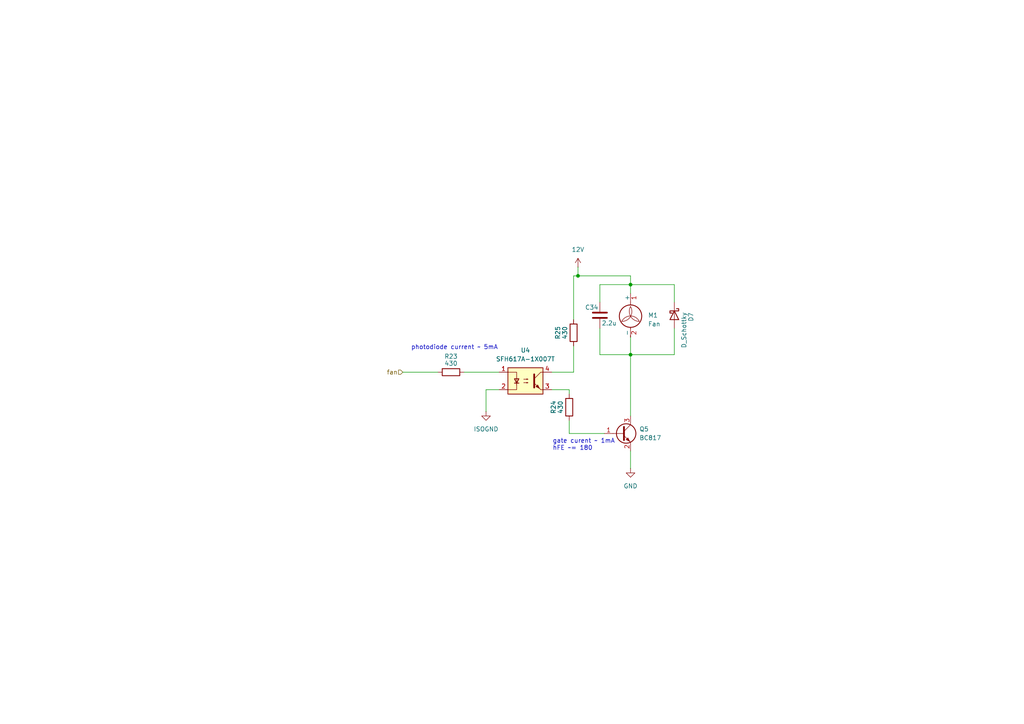
<source format=kicad_sch>
(kicad_sch (version 20250114) (generator "eeschema") (generator_version "9.0")
  (paper "A4")
  (title_block (title "Cooling Fan Control") (date "2025-08-07") (rev "1.1"))
  (lib_symbols
    (symbol "Device:C" (pin_numbers (hide yes)) (pin_names (offset 0.254))
      (property "Reference" "C" (at 0.635 2.54 0))
      (property "Value" "C" (at 0.635 -2.54 0))
      (symbol "C_0_1"
        (polyline (pts (xy -2.032 0.762) (xy 2.032 0.762)) (stroke (width 0.508)))
        (polyline (pts (xy -2.032 -0.762) (xy 2.032 -0.762)) (stroke (width 0.508)))
      )
      (symbol "C_1_1"
        (pin passive line (at 0 3.81 270) (length 2.794) (name "~") (number "1"))
        (pin passive line (at 0 -3.81 90) (length 2.794) (name "~") (number "2"))
      )
    )
    (symbol "Device:D_Schottky" (pin_numbers (hide yes)) (pin_names (offset 1.016) (hide yes))
      (property "Reference" "D" (at 0 2.54 0))
      (property "Value" "D_Schottky" (at 0 -2.54 0))
      (symbol "D_Schottky_0_1"
        (polyline (pts (xy -1.905 0.635) (xy -1.905 1.27) (xy -1.27 1.27) (xy -1.27 -1.27) (xy -0.635 -1.27) (xy -0.635 -0.635)) (stroke (width 0.254)))
        (polyline (pts (xy 1.27 1.27) (xy 1.27 -1.27) (xy -1.27 0) (xy 1.27 1.27)) (stroke (width 0.254)))
        (polyline (pts (xy 1.27 0) (xy -1.27 0)))
      )
      (symbol "D_Schottky_1_1"
        (pin passive line (at -3.81 0 0) (length 2.54) (name "K") (number "1"))
        (pin passive line (at 3.81 0 180) (length 2.54) (name "A") (number "2"))
      )
    )
    (symbol "Device:R" (pin_numbers (hide yes)) (pin_names (offset 0))
      (property "Reference" "R" (at 2.032 0 90))
      (property "Value" "R" (at 0 0 90))
      (symbol "R_0_1"
        (rectangle (start -1.016 -2.54) (end 1.016 2.54) (stroke (width 0.254)))
      )
      (symbol "R_1_1"
        (pin passive line (at 0 3.81 270) (length 1.27) (name "~") (number "1"))
        (pin passive line (at 0 -3.81 90) (length 1.27) (name "~") (number "2"))
      )
    )
    (symbol "Isolator:SFH617A-1X007T"
      (property "Reference" "U" (at -5.08 6.35 0))
      (property "Value" "SFH617A-1X007T" (at -5.08 -6.35 0))
      (symbol "SFH617A-1X007T_0_1"
        (rectangle (start -5.08 3.81) (end 5.08 -3.81) (stroke (width 0.254)) (fill (type background)))
        (polyline (pts (xy -5.08 2.54) (xy -2.54 2.54) (xy -2.54 -1.27) (xy -2.54 0.635)))
        (polyline (pts (xy -3.175 -0.635) (xy -1.905 -0.635)) (stroke (width 0.254)))
        (polyline (pts (xy -2.54 -0.635) (xy -2.54 -2.54) (xy -5.08 -2.54)))
        (polyline (pts (xy -2.54 -0.635) (xy -3.175 0.635) (xy -1.905 0.635) (xy -2.54 -0.635)) (stroke (width 0.254)))
        (polyline (pts (xy -0.508 0.508) (xy 0.762 0.508) (xy 0.381 0.381) (xy 0.381 0.635) (xy 0.762 0.508)))
        (polyline (pts (xy -0.508 -0.508) (xy 0.762 -0.508) (xy 0.381 -0.635) (xy 0.381 -0.381) (xy 0.762 -0.508)))
        (polyline (pts (xy 2.54 1.905) (xy 2.54 -1.905)) (stroke (width 0.508)))
        (polyline (pts (xy 2.54 0.635) (xy 4.445 2.54)))
        (polyline (pts (xy 3.048 -1.651) (xy 3.556 -1.143) (xy 4.064 -2.159) (xy 3.048 -1.651)) (fill (type outline)))
        (polyline (pts (xy 4.445 2.54) (xy 5.08 2.54)))
        (polyline (pts (xy 4.445 -2.54) (xy 2.54 -0.635)) (fill (type outline)))
        (polyline (pts (xy 4.445 -2.54) (xy 5.08 -2.54)))
      )
      (symbol "SFH617A-1X007T_1_1"
        (pin passive line (at -7.62 2.54 0) (length 2.54) (name "~") (number "1"))
        (pin passive line (at -7.62 -2.54 0) (length 2.54) (name "~") (number "2"))
        (pin passive line (at 7.62 2.54 180) (length 2.54) (name "~") (number "4"))
        (pin passive line (at 7.62 -2.54 180) (length 2.54) (name "~") (number "3"))
      )
    )
    (symbol "Motor:Fan" (pin_names (offset 0))
      (property "Reference" "M" (at 2.54 5.08 0))
      (property "Value" "Fan" (at 2.54 -2.54 0))
      (symbol "Fan_0_1"
        (arc (start 0 3.81) (mid -0.0015 0.9048) (end -2.54 -0.508))
        (polyline (pts (xy 0 4.572) (xy 0 5.08)))
        (polyline (pts (xy 0 4.2672) (xy 0 4.6228)))
        (circle (center 0 1.016) (radius 3.2512) (stroke (width 0.254)))
        (arc (start -2.54 -0.508) (mid 0 1.0618) (end 2.54 -0.508))
        (polyline (pts (xy 0 -2.2352) (xy 0 -2.6416)))
        (polyline (pts (xy 0 -5.08) (xy 0 -4.572)))
        (arc (start 2.54 -0.508) (mid 0.047 0.9315) (end 0 3.81))
      )
      (symbol "Fan_1_1"
        (pin passive line (at 0 7.62 270) (length 2.54) (name "+") (number "1"))
        (pin passive line (at 0 -5.08 90) (length 2.54) (name "-") (number "2"))
      )
    )
    (symbol "Transistor_BJT:BC817" (pin_names (offset 0) (hide yes))
      (property "Reference" "Q" (at 5.08 1.905 0))
      (property "Value" "BC817" (at 5.08 0 0))
      (symbol "BC817_0_1"
        (polyline (pts (xy -2.54 0) (xy 0.635 0)))
        (polyline (pts (xy 0.635 1.905) (xy 0.635 -1.905)) (stroke (width 0.508)))
        (circle (center 1.27 0) (radius 2.8194) (stroke (width 0.254)))
      )
      (symbol "BC817_1_1"
        (polyline (pts (xy 0.635 0.635) (xy 2.54 2.54)))
        (polyline (pts (xy 0.635 -0.635) (xy 2.54 -2.54)))
        (polyline (pts (xy 1.27 -1.778) (xy 1.778 -1.27) (xy 2.286 -2.286) (xy 1.27 -1.778)) (fill (type outline)))
        (pin input line (at -5.08 0 0) (length 2.54) (name "B") (number "1"))
        (pin passive line (at 2.54 5.08 270) (length 2.54) (name "C") (number "3"))
        (pin passive line (at 2.54 -5.08 90) (length 2.54) (name "E") (number "2"))
      )
    )
    (symbol "power:GND" (power) (pin_numbers (hide yes)) (pin_names (offset 0) (hide yes))
      (property "Value" "GND" (at 0 -3.81 0))
      (symbol "GND_0_1"
        (polyline (pts (xy 0 0) (xy 0 -1.27) (xy 1.27 -1.27) (xy 0 -2.54) (xy -1.27 -1.27) (xy 0 -1.27)))
      )
      (symbol "GND_1_1"
        (pin power_in line (at 0 0 270) (length 0) (name "~") (number "1"))
      )
    )
    (symbol "power:VDD" (power) (pin_numbers (hide yes)) (pin_names (offset 0) (hide yes))
      (property "Value" "VDD" (at 0 3.556 0))
      (symbol "VDD_0_1"
        (polyline (pts (xy -0.762 1.27) (xy 0 2.54)))
        (polyline (pts (xy 0 2.54) (xy 0.762 1.27)))
        (polyline (pts (xy 0 0) (xy 0 2.54)))
      )
      (symbol "VDD_1_1"
        (pin power_in line (at 0 0 90) (length 0) (name "~") (number "1"))
      )
    )
  )
  (text "gate curent ~ 1mA\nhFE ~= 180" (at 160.274 129.032 0) (effects (font (size 1.27 1.27)) (justify left)))
  (text "photodiode current ~ 5mA" (at 131.826 100.838 0) (effects (font (size 1.27 1.27))))
  (junction (at 167.64 80.01))
  (junction (at 182.88 102.87))
  (junction (at 182.88 82.55))
  (wire (pts (xy 173.99 82.55) (xy 182.88 82.55)))
  (wire (pts (xy 173.99 102.87) (xy 182.88 102.87)))
  (wire (pts (xy 166.37 80.01) (xy 167.64 80.01)))
  (wire (pts (xy 167.64 80.01) (xy 182.88 80.01)))
  (wire (pts (xy 173.99 95.25) (xy 173.99 102.87)))
  (wire (pts (xy 182.88 97.79) (xy 182.88 102.87)))
  (wire (pts (xy 140.97 113.03) (xy 140.97 119.38)))
  (wire (pts (xy 182.88 130.81) (xy 182.88 135.89)))
  (wire (pts (xy 165.1 113.03) (xy 165.1 114.3)))
  (wire (pts (xy 165.1 125.73) (xy 175.26 125.73)))
  (wire (pts (xy 195.58 95.25) (xy 195.58 102.87)))
  (wire (pts (xy 165.1 121.92) (xy 165.1 125.73)))
  (wire (pts (xy 144.78 113.03) (xy 140.97 113.03)))
  (wire (pts (xy 173.99 87.63) (xy 173.99 82.55)))
  (wire (pts (xy 167.64 77.47) (xy 167.64 80.01)))
  (wire (pts (xy 182.88 82.55) (xy 182.88 80.01)))
  (wire (pts (xy 166.37 100.33) (xy 166.37 107.95)))
  (wire (pts (xy 160.02 113.03) (xy 165.1 113.03)))
  (wire (pts (xy 182.88 82.55) (xy 195.58 82.55)))
  (wire (pts (xy 166.37 80.01) (xy 166.37 92.71)))
  (wire (pts (xy 134.62 107.95) (xy 144.78 107.95)))
  (wire (pts (xy 160.02 107.95) (xy 166.37 107.95)))
  (wire (pts (xy 182.88 102.87) (xy 182.88 120.65)))
  (wire (pts (xy 116.84 107.95) (xy 127 107.95)))
  (wire (pts (xy 182.88 85.09) (xy 182.88 82.55)))
  (wire (pts (xy 195.58 87.63) (xy 195.58 82.55)))
  (wire (pts (xy 182.88 102.87) (xy 195.58 102.87)))
  (hierarchical_label "fan" (shape input) (at 116.84 107.95 180))
  (symbol (lib_id "Device:R") (at 165.1 118.11 180) (unit 1)
    (property "Reference" "R24" (at 160.528 118.11 90))
    (property "Value" "430" (at 162.56 118.11 90))
    (property "Footprint" "Resistor_SMD:R_0603_1608Metric" (effects (hide yes)))
    (property "Description" "Res Thick Film 0603 430 Ohm 1% 0.25W(1/4W) ±100ppm/C Pad SMD T/R Automotive AEC-Q200" (effects (hide yes)))
    (property "Partno" "ERJ-PA3F4300V" (effects (hide yes)))
    (property "JLCPCB" "C23170" (effects (hide yes)))
  )
  (symbol (lib_id "Motor:Fan") (at 182.88 92.71 0) (unit 1) (in_bom no)
    (property "Reference" "M1" (at 187.96 91.4399 0) (effects (justify left)))
    (property "Value" "Fan" (at 187.96 93.9799 0) (effects (justify left)))
    (property "Footprint" "Connector_PinHeader_2.54mm:PinHeader_1x02_P2.54mm_Vertical" (effects (hide yes)))
    (property "Description" "Fan" (effects (hide yes)))
    (property "JLCPCB" "-" (effects (hide yes)))
    (property "Partno" "-" (effects (hide yes)))
  )
  (symbol (lib_id "Device:R") (at 130.81 107.95 90) (unit 1)
    (property "Reference" "R23" (at 130.81 103.378 90))
    (property "Value" "430" (at 130.81 105.41 90))
    (property "Footprint" "Resistor_SMD:R_0603_1608Metric" (effects (hide yes)))
    (property "Description" "Res Thick Film 0603 430 Ohm 1% 0.25W(1/4W) ±100ppm/C Pad SMD T/R Automotive AEC-Q200" (effects (hide yes)))
    (property "Partno" "ERJ-PA3F4300V" (effects (hide yes)))
    (property "JLCPCB" "C23170" (effects (hide yes)))
  )
  (symbol (lib_id "Isolator:SFH617A-1X007T") (at 152.4 110.49 0) (unit 1)
    (property "Reference" "U4" (at 152.4 101.6 0))
    (property "Value" "SFH617A-1X007T" (at 152.4 104.14 0))
    (property "Footprint" "Package_DIP:SMDIP-4_W9.53mm_Clearance8mm" (effects (hide yes)))
    (property "Datasheet" "http://www.vishay.com/docs/83740/sfh617a.pdf" (effects (hide yes)))
    (property "Description" "Optocoupler, Phototransistor Output, 5300 VRMS, VCEO 70V, CTR% 40-80, -55 to +110 degree Celsius, UL, BSI, FIMKO, cUL, 8mm clearence SMD PDIP-4" (effects (hide yes)))
    (property "Partno" "SFH617A-1X007T" (effects (hide yes)))
    (property "JLCPCB" "-" (effects (hide yes)))
  )
  (symbol (lib_id "Device:D_Schottky") (at 195.58 91.44 270) (unit 1)
    (property "Reference" "D7" (at 200.406 91.948 0))
    (property "Value" "D_Schottky" (at 198.374 95.758 0))
    (property "Footprint" "Diode_SMD:D_SOD-323F" (effects (hide yes)))
    (property "Datasheet" "https://octopart.com/datasheet/mmsd301t1g-onsemi-331778" (effects (hide yes)))
    (property "Description" "SD107WS Series 30 V 750 mA Schottky Barrier Diode Surface Mount - SOD-323" (effects (hide yes)))
    (property "Partno" "SD107WS-7-F" (effects (hide yes)))
    (property "JLCPCB" "C124210" (effects (hide yes)))
  )
  (symbol (lib_id "Device:C") (at 173.99 91.44 0) (unit 1)
    (property "Reference" "C34" (at 169.672 89.154 0) (effects (justify left)))
    (property "Value" "2.2u" (at 174.498 93.726 0) (effects (justify left)))
    (property "Footprint" "Capacitor_SMD:C_0603_1608Metric" (effects (hide yes)))
    (property "Datasheet" "https://octopart.com/datasheet/cga3e1x7s1c225k080ae-tdk-68305583" (effects (hide yes)))
    (property "Description" "Cap Ceramic 2.2uF 16V X7S 10% Pad SMD 0603 Soft Termination 125C Automotive T/R" (effects (hide yes)))
    (property "Partno" "CGA3E1X7S1C225K080AE" (effects (hide yes)))
    (property "JLCPCB" "CL10A225KA8NNNC" (effects (hide yes)))
  )
  (symbol (lib_id "power:GND") (at 140.97 119.38 0) (mirror y) (unit 1)
    (property "Reference" "#PWR032" (effects (hide yes)))
    (property "Value" "ISOGND" (at 140.97 124.46 0))
    (property "Description" "Power symbol creates a global label with name \"GND\" , ground" (effects (hide yes)))
  )
  (symbol (lib_id "Device:R") (at 166.37 96.52 180) (unit 1)
    (property "Reference" "R25" (at 161.798 96.52 90))
    (property "Value" "430" (at 163.83 96.52 90))
    (property "Footprint" "Resistor_SMD:R_0603_1608Metric" (effects (hide yes)))
    (property "Description" "Res Thick Film 0603 430 Ohm 1% 0.25W(1/4W) ±100ppm/C Pad SMD T/R Automotive AEC-Q200" (effects (hide yes)))
    (property "Partno" "ERJ-PA3F4300V" (effects (hide yes)))
    (property "JLCPCB" "C23170" (effects (hide yes)))
  )
  (symbol (lib_id "power:VDD") (at 167.64 77.47 0) (unit 1)
    (property "Reference" "#PWR033" (effects (hide yes)))
    (property "Value" "12V" (at 167.64 72.39 0))
    (property "Description" "Power symbol creates a global label with name \"VDD\"" (effects (hide yes)))
  )
  (symbol (lib_id "power:GND") (at 182.88 135.89 0) (unit 1)
    (property "Reference" "#PWR034" (effects (hide yes)))
    (property "Value" "GND" (at 182.88 140.97 0))
    (property "Description" "Power symbol creates a global label with name \"GND\" , ground" (effects (hide yes)))
  )
  (symbol (lib_id "Transistor_BJT:BC817") (at 180.34 125.73 0) (unit 1)
    (property "Reference" "Q5" (at 185.42 124.4599 0) (effects (justify left)))
    (property "Value" "BC817" (at 185.42 126.9999 0) (effects (justify left)))
    (property "Footprint" "Package_TO_SOT_SMD:SOT-23" (effects (hide yes)))
    (property "Datasheet" "https://www.onsemi.com/pub/Collateral/BC818-D.pdf" (effects (hide yes)))
    (property "Description" "Single Bipolar Transistor, NPN, 45 V, 500 mA, 345 mW, SOT-23 (TO-236AB), 3 Pins, Surface Mount" (effects (hide yes)))
    (property "Partno" " Nexperia BC817-25,235" (effects (hide yes)))
    (property "JLCPCB" "C2137" (effects (hide yes)))
  )
)
</source>
